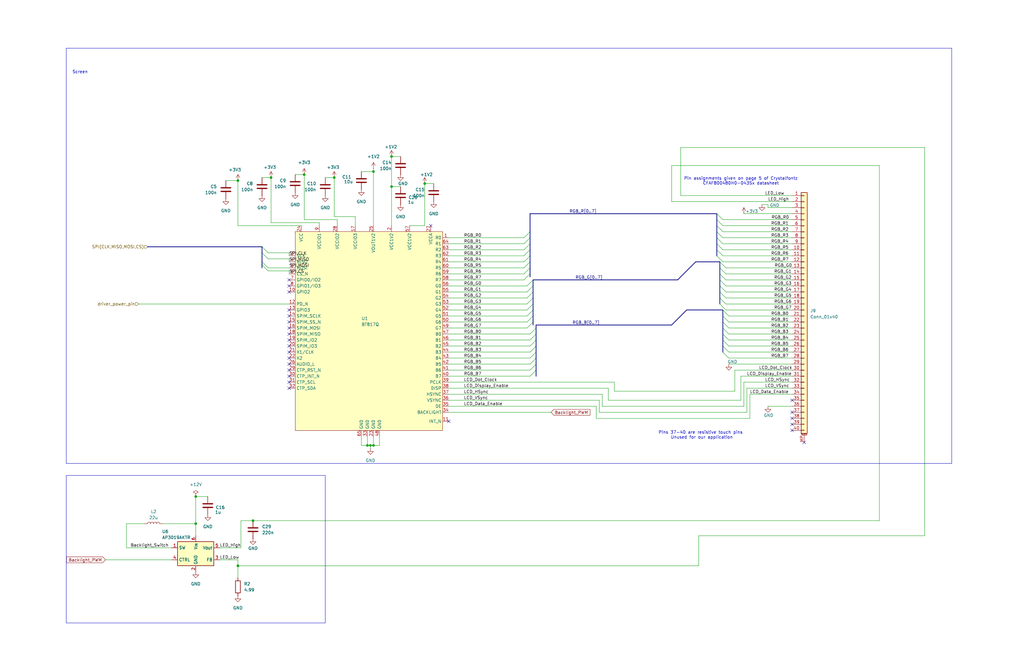
<source format=kicad_sch>
(kicad_sch (version 20250114) (generator "eeschema") (generator_version "9.0")
  (paper "B")
  (title_block (title "Screen Circuitry for Charger Board") (date "1/21/26") (company "Formula Slug") (comment 1 "Mihir Bhagatwala, Amber Huang, Teddy Li, Mathis Delombaerde"))
  (lib_symbols
    (symbol "Connector_Generic_MountingPin:Conn_01x40_MountingPin" (pin_names (offset 1.016) (hide yes))
      (property "Reference" "J" (at 0 50.8 0))
      (property "Value" "Conn_01x40_MountingPin" (at 1.27 -53.34 0))
      (symbol "Conn_01x40_MountingPin_1_1"
        (rectangle (start -1.27 49.53) (end 1.27 -52.07) (stroke (width 0.254)) (fill (type background)))
        (rectangle (start -1.27 48.387) (end 0 48.133) (stroke (width 0.1524)))
        (rectangle (start -1.27 45.847) (end 0 45.593) (stroke (width 0.1524)))
        (rectangle (start -1.27 43.307) (end 0 43.053) (stroke (width 0.1524)))
        (rectangle (start -1.27 40.767) (end 0 40.513) (stroke (width 0.1524)))
        (rectangle (start -1.27 38.227) (end 0 37.973) (stroke (width 0.1524)))
        (rectangle (start -1.27 35.687) (end 0 35.433) (stroke (width 0.1524)))
        (rectangle (start -1.27 33.147) (end 0 32.893) (stroke (width 0.1524)))
        (rectangle (start -1.27 30.607) (end 0 30.353) (stroke (width 0.1524)))
        (rectangle (start -1.27 28.067) (end 0 27.813) (stroke (width 0.1524)))
        (rectangle (start -1.27 25.527) (end 0 25.273) (stroke (width 0.1524)))
        (rectangle (start -1.27 22.987) (end 0 22.733) (stroke (width 0.1524)))
        (rectangle (start -1.27 20.447) (end 0 20.193) (stroke (width 0.1524)))
        (rectangle (start -1.27 17.907) (end 0 17.653) (stroke (width 0.1524)))
        (rectangle (start -1.27 15.367) (end 0 15.113) (stroke (width 0.1524)))
        (rectangle (start -1.27 12.827) (end 0 12.573) (stroke (width 0.1524)))
        (rectangle (start -1.27 10.287) (end 0 10.033) (stroke (width 0.1524)))
        (rectangle (start -1.27 7.747) (end 0 7.493) (stroke (width 0.1524)))
        (rectangle (start -1.27 5.207) (end 0 4.953) (stroke (width 0.1524)))
        (rectangle (start -1.27 2.667) (end 0 2.413) (stroke (width 0.1524)))
        (rectangle (start -1.27 0.127) (end 0 -0.127) (stroke (width 0.1524)))
        (rectangle (start -1.27 -2.413) (end 0 -2.667) (stroke (width 0.1524)))
        (rectangle (start -1.27 -4.953) (end 0 -5.207) (stroke (width 0.1524)))
        (rectangle (start -1.27 -7.493) (end 0 -7.747) (stroke (width 0.1524)))
        (rectangle (start -1.27 -10.033) (end 0 -10.287) (stroke (width 0.1524)))
        (rectangle (start -1.27 -12.573) (end 0 -12.827) (stroke (width 0.1524)))
        (rectangle (start -1.27 -15.113) (end 0 -15.367) (stroke (width 0.1524)))
        (rectangle (start -1.27 -17.653) (end 0 -17.907) (stroke (width 0.1524)))
        (rectangle (start -1.27 -20.193) (end 0 -20.447) (stroke (width 0.1524)))
        (rectangle (start -1.27 -22.733) (end 0 -22.987) (stroke (width 0.1524)))
        (rectangle (start -1.27 -25.273) (end 0 -25.527) (stroke (width 0.1524)))
        (rectangle (start -1.27 -27.813) (end 0 -28.067) (stroke (width 0.1524)))
        (rectangle (start -1.27 -30.353) (end 0 -30.607) (stroke (width 0.1524)))
        (rectangle (start -1.27 -32.893) (end 0 -33.147) (stroke (width 0.1524)))
        (rectangle (start -1.27 -35.433) (end 0 -35.687) (stroke (width 0.1524)))
        (rectangle (start -1.27 -37.973) (end 0 -38.227) (stroke (width 0.1524)))
        (rectangle (start -1.27 -40.513) (end 0 -40.767) (stroke (width 0.1524)))
        (rectangle (start -1.27 -43.053) (end 0 -43.307) (stroke (width 0.1524)))
        (rectangle (start -1.27 -45.593) (end 0 -45.847) (stroke (width 0.1524)))
        (rectangle (start -1.27 -48.133) (end 0 -48.387) (stroke (width 0.1524)))
        (rectangle (start -1.27 -50.673) (end 0 -50.927) (stroke (width 0.1524)))
        (polyline (pts (xy -1.016 -52.832) (xy 1.016 -52.832)) (stroke (width 0.1524)))
        (text "Mounting" (at 0 -52.451 0) (effects (font (size 0.381 0.381))))
        (pin passive line (at -5.08 48.26 0) (length 3.81) (name "Pin_1") (number "1"))
        (pin passive line (at -5.08 45.72 0) (length 3.81) (name "Pin_2") (number "2"))
        (pin passive line (at -5.08 43.18 0) (length 3.81) (name "Pin_3") (number "3"))
        (pin passive line (at -5.08 40.64 0) (length 3.81) (name "Pin_4") (number "4"))
        (pin passive line (at -5.08 38.1 0) (length 3.81) (name "Pin_5") (number "5"))
        (pin passive line (at -5.08 35.56 0) (length 3.81) (name "Pin_6") (number "6"))
        (pin passive line (at -5.08 33.02 0) (length 3.81) (name "Pin_7") (number "7"))
        (pin passive line (at -5.08 30.48 0) (length 3.81) (name "Pin_8") (number "8"))
        (pin passive line (at -5.08 27.94 0) (length 3.81) (name "Pin_9") (number "9"))
        (pin passive line (at -5.08 25.4 0) (length 3.81) (name "Pin_10") (number "10"))
        (pin passive line (at -5.08 22.86 0) (length 3.81) (name "Pin_11") (number "11"))
        (pin passive line (at -5.08 20.32 0) (length 3.81) (name "Pin_12") (number "12"))
        (pin passive line (at -5.08 17.78 0) (length 3.81) (name "Pin_13") (number "13"))
        (pin passive line (at -5.08 15.24 0) (length 3.81) (name "Pin_14") (number "14"))
        (pin passive line (at -5.08 12.7 0) (length 3.81) (name "Pin_15") (number "15"))
        (pin passive line (at -5.08 10.16 0) (length 3.81) (name "Pin_16") (number "16"))
        (pin passive line (at -5.08 7.62 0) (length 3.81) (name "Pin_17") (number "17"))
        (pin passive line (at -5.08 5.08 0) (length 3.81) (name "Pin_18") (number "18"))
        (pin passive line (at -5.08 2.54 0) (length 3.81) (name "Pin_19") (number "19"))
        (pin passive line (at -5.08 0 0) (length 3.81) (name "Pin_20") (number "20"))
        (pin passive line (at -5.08 -2.54 0) (length 3.81) (name "Pin_21") (number "21"))
        (pin passive line (at -5.08 -5.08 0) (length 3.81) (name "Pin_22") (number "22"))
        (pin passive line (at -5.08 -7.62 0) (length 3.81) (name "Pin_23") (number "23"))
        (pin passive line (at -5.08 -10.16 0) (length 3.81) (name "Pin_24") (number "24"))
        (pin passive line (at -5.08 -12.7 0) (length 3.81) (name "Pin_25") (number "25"))
        (pin passive line (at -5.08 -15.24 0) (length 3.81) (name "Pin_26") (number "26"))
        (pin passive line (at -5.08 -17.78 0) (length 3.81) (name "Pin_27") (number "27"))
        (pin passive line (at -5.08 -20.32 0) (length 3.81) (name "Pin_28") (number "28"))
        (pin passive line (at -5.08 -22.86 0) (length 3.81) (name "Pin_29") (number "29"))
        (pin passive line (at -5.08 -25.4 0) (length 3.81) (name "Pin_30") (number "30"))
        (pin passive line (at -5.08 -27.94 0) (length 3.81) (name "Pin_31") (number "31"))
        (pin passive line (at -5.08 -30.48 0) (length 3.81) (name "Pin_32") (number "32"))
        (pin passive line (at -5.08 -33.02 0) (length 3.81) (name "Pin_33") (number "33"))
        (pin passive line (at -5.08 -35.56 0) (length 3.81) (name "Pin_34") (number "34"))
        (pin passive line (at -5.08 -38.1 0) (length 3.81) (name "Pin_35") (number "35"))
        (pin passive line (at -5.08 -40.64 0) (length 3.81) (name "Pin_36") (number "36"))
        (pin passive line (at -5.08 -43.18 0) (length 3.81) (name "Pin_37") (number "37"))
        (pin passive line (at -5.08 -45.72 0) (length 3.81) (name "Pin_38") (number "38"))
        (pin passive line (at -5.08 -48.26 0) (length 3.81) (name "Pin_39") (number "39"))
        (pin passive line (at -5.08 -50.8 0) (length 3.81) (name "Pin_40") (number "40"))
        (pin passive line (at 0 -55.88 90) (length 3.048) (name "MountPin") (number "MP"))
      )
    )
    (symbol "Device:C" (pin_numbers (hide yes)) (pin_names (offset 0.254))
      (property "Reference" "C" (at 0.635 2.54 0))
      (property "Value" "C" (at 0.635 -2.54 0))
      (symbol "C_0_1"
        (polyline (pts (xy -2.032 0.762) (xy 2.032 0.762)) (stroke (width 0.508)))
        (polyline (pts (xy -2.032 -0.762) (xy 2.032 -0.762)) (stroke (width 0.508)))
      )
      (symbol "C_1_1"
        (pin passive line (at 0 3.81 270) (length 2.794) (name "~") (number "1"))
        (pin passive line (at 0 -3.81 90) (length 2.794) (name "~") (number "2"))
      )
    )
    (symbol "Device:L" (pin_numbers (hide yes)) (pin_names (offset 1.016) (hide yes))
      (property "Reference" "L" (at -1.27 0 90))
      (property "Value" "L" (at 1.905 0 90))
      (symbol "L_0_1"
        (arc (start 0 2.54) (mid 0.6323 1.905) (end 0 1.27))
        (arc (start 0 1.27) (mid 0.6323 0.635) (end 0 0))
        (arc (start 0 0) (mid 0.6323 -0.635) (end 0 -1.27))
        (arc (start 0 -1.27) (mid 0.6323 -1.905) (end 0 -2.54))
      )
      (symbol "L_1_1"
        (pin passive line (at 0 3.81 270) (length 1.27) (name "1") (number "1"))
        (pin passive line (at 0 -3.81 90) (length 1.27) (name "2") (number "2"))
      )
    )
    (symbol "Device:R" (pin_numbers (hide yes)) (pin_names (offset 0))
      (property "Reference" "R" (at 2.032 0 90))
      (property "Value" "R" (at 0 0 90))
      (symbol "R_0_1"
        (rectangle (start -1.016 -2.54) (end 1.016 2.54) (stroke (width 0.254)))
      )
      (symbol "R_1_1"
        (pin passive line (at 0 3.81 270) (length 1.27) (name "~") (number "1"))
        (pin passive line (at 0 -3.81 90) (length 1.27) (name "~") (number "2"))
      )
    )
    (symbol "Driver_LED:AP3019AKTR"
      (property "Reference" "U" (at -7.62 6.35 0))
      (property "Value" "AP3019AKTR" (at 1.27 6.35 0))
      (symbol "AP3019AKTR_0_1"
        (rectangle (start -7.62 5.08) (end 7.62 -5.08) (stroke (width 0.254)) (fill (type background)))
      )
      (symbol "AP3019AKTR_1_1"
        (pin input line (at -10.16 2.54 0) (length 2.54) (name "SW") (number "1"))
        (pin input line (at -10.16 -2.54 0) (length 2.54) (name "CTRL") (number "4"))
        (pin power_in line (at 0 7.62 270) (length 2.54) (name "V_{IN}") (number "6"))
        (pin power_in line (at 0 -7.62 90) (length 2.54) (name "GND") (number "2"))
        (pin power_out line (at 10.16 2.54 180) (length 2.54) (name "V_{OUT}") (number "5"))
        (pin input line (at 10.16 -2.54 180) (length 2.54) (name "FB") (number "3"))
      )
    )
    (symbol "FS_4_Global_Symbol_Library:BT817Q"
      (property "Reference" "U" (at 7.366 3.048 0))
      (symbol "BT817Q_1_1"
        (rectangle (start 0 0) (end 62.23 -83.82) (fill (type background)))
        (pin input line (at -2.54 -10.16 0) (length 2.54) (name "SCK") (number "3"))
        (pin input line (at -2.54 -12.7 0) (length 2.54) (name "MISO") (number "4"))
        (pin input line (at -2.54 -15.24 0) (length 2.54) (name "MOSI") (number "5"))
        (pin input line (at -2.54 -17.78 0) (length 2.54) (name "CS_N") (number "6"))
        (pin input line (at -2.54 -20.32 0) (length 2.54) (name "GPIO0/IO2") (number "7"))
        (pin input line (at -2.54 -22.86 0) (length 2.54) (name "GPIO1/IO3") (number "8"))
        (pin input line (at -2.54 -25.4 0) (length 2.54) (name "GPIO2") (number "10"))
        (pin input line (at -2.54 -30.48 0) (length 2.54) (name "PD_N") (number "12"))
        (pin input line (at -2.54 -33.02 0) (length 2.54) (name "GPIO3") (number "13"))
        (pin input line (at -2.54 -35.56 0) (length 2.54) (name "SPIM_SCLK") (number "14"))
        (pin input line (at -2.54 -38.1 0) (length 2.54) (name "SPIM_SS_N") (number "15"))
        (pin input line (at -2.54 -40.64 0) (length 2.54) (name "SPIM_MOSI") (number "16"))
        (pin input line (at -2.54 -43.18 0) (length 2.54) (name "SPIM_MISO") (number "18"))
        (pin input line (at -2.54 -45.72 0) (length 2.54) (name "SPIM_IO2") (number "19"))
        (pin input line (at -2.54 -48.26 0) (length 2.54) (name "SPIM_IO3") (number "20"))
        (pin input line (at -2.54 -50.8 0) (length 2.54) (name "X1/CLK") (number "21"))
        (pin input line (at -2.54 -53.34 0) (length 2.54) (name "X2") (number "22"))
        (pin input line (at -2.54 -55.88 0) (length 2.54) (name "AUDIO_L") (number "26"))
        (pin input line (at -2.54 -58.42 0) (length 2.54) (name "CTP_RST_N") (number "29"))
        (pin input line (at -2.54 -60.96 0) (length 2.54) (name "CTP_INT_N") (number "30"))
        (pin input line (at -2.54 -63.5 0) (length 2.54) (name "CTP_SCL") (number "31"))
        (pin input line (at -2.54 -66.04 0) (length 2.54) (name "CTP_SDA") (number "32"))
        (pin power_in line (at 2.54 2.54 270) (length 2.54) (name "VCC") (number "24"))
        (pin power_in line (at 10.16 2.54 270) (length 2.54) (name "VCCIO1") (number "9"))
        (pin power_in line (at 17.78 2.54 270) (length 2.54) (name "VCCIO2") (number "28"))
        (pin power_in line (at 25.4 2.54 270) (length 2.54) (name "VCCIO3") (number "17"))
        (pin power_in line (at 27.94 -86.36 90) (length 2.54) (name "GND") (number "65"))
        (pin power_in line (at 30.48 -86.36 90) (length 2.54) (name "GND") (number "33"))
        (pin power_out line (at 33.02 2.54 270) (length 2.54) (name "VOUT1V2") (number "25"))
        (pin power_in line (at 33.02 -86.36 90) (length 2.54) (name "GND") (number "23"))
        (pin power_in line (at 35.56 -86.36 90) (length 2.54) (name "GND") (number "48"))
        (pin power_in line (at 40.64 2.54 270) (length 2.54) (name "VCC1V2") (number "2"))
        (pin power_in line (at 48.26 2.54 270) (length 2.54) (name "VCC1V2") (number "57"))
        (pin power_in line (at 57.15 2.54 270) (length 2.54) (name "VCCA") (number "27"))
        (pin output line (at 64.77 -2.54 180) (length 2.54) (name "R0") (number "1"))
        (pin output line (at 64.77 -5.08 180) (length 2.54) (name "R1") (number "64"))
        (pin output line (at 64.77 -7.62 180) (length 2.54) (name "R2") (number "63"))
        (pin output line (at 64.77 -10.16 180) (length 2.54) (name "R3") (number "62"))
        (pin output line (at 64.77 -12.7 180) (length 2.54) (name "R4") (number "61"))
        (pin output line (at 64.77 -15.24 180) (length 2.54) (name "R5") (number "60"))
        (pin output line (at 64.77 -17.78 180) (length 2.54) (name "R6") (number "59"))
        (pin output line (at 64.77 -20.32 180) (length 2.54) (name "R7") (number "58"))
        (pin output line (at 64.77 -22.86 180) (length 2.54) (name "G0") (number "56"))
        (pin output line (at 64.77 -25.4 180) (length 2.54) (name "G1") (number "55"))
        (pin output line (at 64.77 -27.94 180) (length 2.54) (name "G2") (number "54"))
        (pin output line (at 64.77 -30.48 180) (length 2.54) (name "G3") (number "53"))
        (pin output line (at 64.77 -33.02 180) (length 2.54) (name "G4") (number "52"))
        (pin output line (at 64.77 -35.56 180) (length 2.54) (name "G5") (number "51"))
        (pin output line (at 64.77 -38.1 180) (length 2.54) (name "G6") (number "50"))
        (pin output line (at 64.77 -40.64 180) (length 2.54) (name "G7") (number "49"))
        (pin output line (at 64.77 -43.18 180) (length 2.54) (name "B0") (number "47"))
        (pin output line (at 64.77 -45.72 180) (length 2.54) (name "B1") (number "46"))
        (pin output line (at 64.77 -48.26 180) (length 2.54) (name "B2") (number "45"))
        (pin output line (at 64.77 -50.8 180) (length 2.54) (name "B3") (number "44"))
        (pin output line (at 64.77 -53.34 180) (length 2.54) (name "B4") (number "43"))
        (pin output line (at 64.77 -55.88 180) (length 2.54) (name "B5") (number "42"))
        (pin output line (at 64.77 -58.42 180) (length 2.54) (name "B6") (number "41"))
        (pin output line (at 64.77 -60.96 180) (length 2.54) (name "B7") (number "40"))
        (pin output line (at 64.77 -63.5 180) (length 2.54) (name "PCLK") (number "39"))
        (pin output line (at 64.77 -66.04 180) (length 2.54) (name "DISP") (number "38"))
        (pin output line (at 64.77 -68.58 180) (length 2.54) (name "HSYNC") (number "37"))
        (pin output line (at 64.77 -71.12 180) (length 2.54) (name "VSYNC") (number "36"))
        (pin output line (at 64.77 -73.66 180) (length 2.54) (name "DE") (number "35"))
        (pin output line (at 64.77 -76.2 180) (length 2.54) (name "BACKLIGHT") (number "34"))
        (pin output line (at 64.77 -80.01 180) (length 2.54) (name "INT_N") (number "11"))
      )
    )
    (symbol "power:+1V2" (power) (pin_numbers (hide yes)) (pin_names (offset 0) (hide yes))
      (property "Value" "+1V2" (at 0 3.556 0))
      (symbol "+1V2_0_1"
        (polyline (pts (xy -0.762 1.27) (xy 0 2.54)))
        (polyline (pts (xy 0 2.54) (xy 0.762 1.27)))
        (polyline (pts (xy 0 0) (xy 0 2.54)))
      )
      (symbol "+1V2_1_1"
        (pin power_in line (at 0 0 90) (length 0) (name "~") (number "1"))
      )
    )
    (symbol "power:+3V3" (power) (pin_numbers (hide yes)) (pin_names (offset 0) (hide yes))
      (property "Value" "+3V3" (at 0 3.556 0))
      (symbol "+3V3_0_1"
        (polyline (pts (xy -0.762 1.27) (xy 0 2.54)))
        (polyline (pts (xy 0 2.54) (xy 0.762 1.27)))
        (polyline (pts (xy 0 0) (xy 0 2.54)))
      )
      (symbol "+3V3_1_1"
        (pin power_in line (at 0 0 90) (length 0) (name "~") (number "1"))
      )
    )
    (symbol "power:GND" (power) (pin_numbers (hide yes)) (pin_names (offset 0) (hide yes))
      (property "Value" "GND" (at 0 -3.81 0))
      (symbol "GND_0_1"
        (polyline (pts (xy 0 0) (xy 0 -1.27) (xy 1.27 -1.27) (xy 0 -2.54) (xy -1.27 -1.27) (xy 0 -1.27)))
      )
      (symbol "GND_1_1"
        (pin power_in line (at 0 0 270) (length 0) (name "~") (number "1"))
      )
    )
    (symbol "power:PWR_FLAG" (power) (pin_numbers (hide yes)) (pin_names (offset 0) (hide yes))
      (property "Value" "PWR_FLAG" (at 0 3.81 0))
      (symbol "PWR_FLAG_0_0"
        (pin power_out line (at 0 0 90) (length 0) (name "~") (number "1"))
      )
      (symbol "PWR_FLAG_0_1"
        (polyline (pts (xy 0 0) (xy 0 1.27) (xy -1.016 1.905) (xy 0 2.54) (xy 1.016 1.905) (xy 0 1.27)))
      )
    )
  )
  (rectangle (start 27.94 20.32) (end 401.32 195.58))
  (rectangle (start 27.94 200.66) (end 137.16 262.89))
  (text "Pins 37-40 are resistive touch pins \nUnused for our application" (at 295.91 183.642 0) (effects (font (size 1.27 1.27))))
  (text "Screen" (at 30.48 30.48 0) (effects (font (size 1.27 1.27)) (justify left)))
  (text "Pin assignments given on page 5 of Crystalfontz\nCFAF800480H0-043Sx datasheet" (at 312.42 76.454 0) (effects (font (size 1.27 1.27))))
  (junction (at 157.48 187.96))
  (junction (at 100.33 76.2))
  (junction (at 114.3 74.93))
  (junction (at 154.94 187.96))
  (junction (at 140.97 74.93))
  (junction (at 165.1 66.04))
  (junction (at 82.55 220.98))
  (junction (at 156.21 187.96))
  (junction (at 106.68 219.71))
  (junction (at 100.33 238.76))
  (junction (at 128.27 73.66))
  (junction (at 179.07 77.47))
  (junction (at 82.55 209.55))
  (junction (at 157.48 72.39))
  (junction (at 165.1 78.74))
  (no_connect (at 121.92 148.59))
  (no_connect (at 121.92 156.21))
  (no_connect (at 121.92 130.81))
  (no_connect (at 121.92 133.35))
  (no_connect (at 121.92 158.75))
  (no_connect (at 181.61 95.25))
  (no_connect (at 189.23 177.8))
  (no_connect (at 334.01 179.07))
  (no_connect (at 121.92 135.89))
  (no_connect (at 334.01 173.99))
  (no_connect (at 334.01 176.53))
  (no_connect (at 121.92 138.43))
  (no_connect (at 334.01 168.91))
  (no_connect (at 121.92 146.05))
  (no_connect (at 121.92 118.11))
  (no_connect (at 334.01 181.61))
  (no_connect (at 339.09 186.69))
  (no_connect (at 121.92 123.19))
  (no_connect (at 121.92 143.51))
  (no_connect (at 121.92 151.13))
  (no_connect (at 121.92 120.65))
  (no_connect (at 121.92 163.83))
  (no_connect (at 121.92 161.29))
  (no_connect (at 121.92 140.97))
  (no_connect (at 121.92 153.67))
  (bus_entry (at 110.49 111.76) (size 2.54 2.54))
  (bus_entry (at 303.53 125.73) (size 2.54 2.54))
  (bus_entry (at 224.79 118.11) (size -2.54 2.54))
  (bus_entry (at 304.8 130.81) (size 2.54 2.54))
  (bus_entry (at 224.79 125.73) (size -2.54 2.54))
  (bus_entry (at 304.8 148.59) (size 2.54 2.54))
  (bus_entry (at 304.8 135.89) (size 2.54 2.54))
  (bus_entry (at 223.52 102.87) (size -2.54 2.54))
  (bus_entry (at 304.8 140.97) (size 2.54 2.54))
  (bus_entry (at 302.26 97.79) (size 2.54 2.54))
  (bus_entry (at 110.49 106.68) (size 2.54 2.54))
  (bus_entry (at 223.52 100.33) (size -2.54 2.54))
  (bus_entry (at 226.06 140.97) (size -2.54 2.54))
  (bus_entry (at 303.53 110.49) (size 2.54 2.54))
  (bus_entry (at 304.8 146.05) (size 2.54 2.54))
  (bus_entry (at 302.26 92.71) (size 2.54 2.54))
  (bus_entry (at 224.79 130.81) (size -2.54 2.54))
  (bus_entry (at 302.26 107.95) (size 2.54 2.54))
  (bus_entry (at 223.52 115.57) (size -2.54 2.54))
  (bus_entry (at 223.52 97.79) (size -2.54 2.54))
  (bus_entry (at 224.79 120.65) (size -2.54 2.54))
  (bus_entry (at 303.53 128.27) (size 2.54 2.54))
  (bus_entry (at 224.79 133.35) (size -2.54 2.54))
  (bus_entry (at 303.53 120.65) (size 2.54 2.54))
  (bus_entry (at 302.26 90.17) (size 2.54 2.54))
  (bus_entry (at 303.53 118.11) (size 2.54 2.54))
  (bus_entry (at 302.26 105.41) (size 2.54 2.54))
  (bus_entry (at 110.49 104.14) (size 2.54 2.54))
  (bus_entry (at 302.26 100.33) (size 2.54 2.54))
  (bus_entry (at 226.06 138.43) (size -2.54 2.54))
  (bus_entry (at 224.79 135.89) (size -2.54 2.54))
  (bus_entry (at 223.52 107.95) (size -2.54 2.54))
  (bus_entry (at 226.06 151.13) (size -2.54 2.54))
  (bus_entry (at 110.49 110.49) (size 2.54 2.54))
  (bus_entry (at 226.06 148.59) (size -2.54 2.54))
  (bus_entry (at 302.26 95.25) (size 2.54 2.54))
  (bus_entry (at 224.79 128.27) (size -2.54 2.54))
  (bus_entry (at 303.53 113.03) (size 2.54 2.54))
  (bus_entry (at 224.79 123.19) (size -2.54 2.54))
  (bus_entry (at 302.26 102.87) (size 2.54 2.54))
  (bus_entry (at 223.52 113.03) (size -2.54 2.54))
  (bus_entry (at 304.8 143.51) (size 2.54 2.54))
  (bus_entry (at 226.06 146.05) (size -2.54 2.54))
  (bus_entry (at 226.06 156.21) (size -2.54 2.54))
  (bus_entry (at 304.8 133.35) (size 2.54 2.54))
  (bus_entry (at 303.53 115.57) (size 2.54 2.54))
  (bus_entry (at 303.53 123.19) (size 2.54 2.54))
  (bus_entry (at 223.52 110.49) (size -2.54 2.54))
  (bus_entry (at 226.06 143.51) (size -2.54 2.54))
  (bus_entry (at 226.06 153.67) (size -2.54 2.54))
  (bus_entry (at 223.52 105.41) (size -2.54 2.54))
  (bus_entry (at 304.8 138.43) (size 2.54 2.54))
  (bus (pts (xy 223.52 110.49) (xy 223.52 113.03)))
  (bus (pts (xy 289.56 130.81) (xy 304.8 130.81)))
  (wire (pts (xy 312.42 168.91) (xy 312.42 158.75)))
  (wire (pts (xy 157.48 187.96) (xy 160.02 187.96)))
  (wire (pts (xy 304.8 105.41) (xy 334.01 105.41)))
  (wire (pts (xy 189.23 120.65) (xy 222.25 120.65)))
  (bus (pts (xy 302.26 90.17) (xy 302.26 92.71)))
  (bus (pts (xy 223.52 107.95) (xy 223.52 110.49)))
  (wire (pts (xy 189.23 107.95) (xy 220.98 107.95)))
  (bus (pts (xy 302.26 97.79) (xy 302.26 100.33)))
  (wire (pts (xy 307.34 140.97) (xy 334.01 140.97)))
  (bus (pts (xy 303.53 118.11) (xy 303.53 120.65)))
  (bus (pts (xy 303.53 123.19) (xy 303.53 125.73)))
  (bus (pts (xy 223.52 100.33) (xy 223.52 102.87)))
  (wire (pts (xy 154.94 187.96) (xy 156.21 187.96)))
  (bus (pts (xy 223.52 90.17) (xy 223.52 97.79)))
  (wire (pts (xy 121.92 106.68) (xy 121.92 107.95)))
  (bus (pts (xy 110.49 106.68) (xy 110.49 110.49)))
  (bus (pts (xy 224.79 137.16) (xy 224.79 135.89)))
  (wire (pts (xy 189.23 168.91) (xy 252.73 168.91)))
  (bus (pts (xy 303.53 115.57) (xy 303.53 118.11)))
  (wire (pts (xy 106.68 219.71) (xy 370.84 219.71)))
  (wire (pts (xy 306.07 120.65) (xy 334.01 120.65)))
  (wire (pts (xy 53.34 220.98) (xy 60.96 220.98)))
  (bus (pts (xy 224.79 133.35) (xy 224.79 130.81)))
  (bus (pts (xy 226.06 137.16) (xy 283.21 137.16)))
  (wire (pts (xy 189.23 105.41) (xy 220.98 105.41)))
  (wire (pts (xy 312.42 158.75) (xy 334.01 158.75)))
  (wire (pts (xy 189.23 113.03) (xy 220.98 113.03)))
  (wire (pts (xy 252.73 173.99) (xy 314.96 173.99)))
  (bus (pts (xy 224.79 120.65) (xy 224.79 118.11)))
  (wire (pts (xy 189.23 156.21) (xy 223.52 156.21)))
  (wire (pts (xy 154.94 187.96) (xy 154.94 184.15)))
  (wire (pts (xy 101.6 231.14) (xy 92.71 231.14)))
  (wire (pts (xy 140.97 91.44) (xy 149.86 91.44)))
  (bus (pts (xy 110.49 111.76) (xy 110.49 113.03)))
  (wire (pts (xy 165.1 78.74) (xy 168.91 78.74)))
  (wire (pts (xy 309.88 156.21) (xy 334.01 156.21)))
  (wire (pts (xy 165.1 66.04) (xy 168.91 66.04)))
  (bus (pts (xy 223.52 115.57) (xy 223.52 116.84)))
  (wire (pts (xy 113.03 113.03) (xy 121.92 113.03)))
  (bus (pts (xy 304.8 130.81) (xy 304.8 133.35)))
  (wire (pts (xy 307.34 153.67) (xy 334.01 153.67)))
  (bus (pts (xy 226.06 143.51) (xy 226.06 140.97)))
  (bus (pts (xy 303.53 113.03) (xy 303.53 115.57)))
  (wire (pts (xy 189.23 123.19) (xy 222.25 123.19)))
  (wire (pts (xy 307.34 143.51) (xy 334.01 143.51)))
  (bus (pts (xy 226.06 146.05) (xy 226.06 143.51)))
  (wire (pts (xy 95.25 76.2) (xy 100.33 76.2)))
  (wire (pts (xy 306.07 123.19) (xy 334.01 123.19)))
  (wire (pts (xy 316.23 166.37) (xy 334.01 166.37)))
  (wire (pts (xy 82.55 220.98) (xy 82.55 226.06)))
  (wire (pts (xy 304.8 97.79) (xy 334.01 97.79)))
  (bus (pts (xy 302.26 102.87) (xy 302.26 105.41)))
  (wire (pts (xy 92.71 236.22) (xy 100.33 236.22)))
  (bus (pts (xy 226.06 158.75) (xy 226.06 156.21)))
  (wire (pts (xy 307.34 138.43) (xy 334.01 138.43)))
  (wire (pts (xy 137.16 74.93) (xy 140.97 74.93)))
  (wire (pts (xy 82.55 209.55) (xy 87.63 209.55)))
  (wire (pts (xy 189.23 100.33) (xy 220.98 100.33)))
  (wire (pts (xy 306.07 113.03) (xy 334.01 113.03)))
  (wire (pts (xy 283.21 69.85) (xy 283.21 85.09)))
  (wire (pts (xy 128.27 92.71) (xy 128.27 73.66)))
  (wire (pts (xy 142.24 92.71) (xy 142.24 95.25)))
  (wire (pts (xy 128.27 92.71) (xy 142.24 92.71)))
  (wire (pts (xy 314.96 163.83) (xy 334.01 163.83)))
  (bus (pts (xy 226.06 138.43) (xy 226.06 137.16)))
  (wire (pts (xy 58.42 128.27) (xy 121.92 128.27)))
  (wire (pts (xy 323.85 87.63) (xy 334.01 87.63)))
  (wire (pts (xy 294.64 226.06) (xy 389.89 226.06)))
  (wire (pts (xy 256.54 168.91) (xy 312.42 168.91)))
  (bus (pts (xy 302.26 92.71) (xy 302.26 95.25)))
  (wire (pts (xy 307.34 148.59) (xy 334.01 148.59)))
  (wire (pts (xy 304.8 92.71) (xy 334.01 92.71)))
  (wire (pts (xy 256.54 163.83) (xy 256.54 168.91)))
  (wire (pts (xy 189.23 115.57) (xy 220.98 115.57)))
  (bus (pts (xy 283.21 137.16) (xy 289.56 130.81)))
  (wire (pts (xy 189.23 151.13) (xy 223.52 151.13)))
  (wire (pts (xy 259.08 165.1) (xy 259.08 161.29)))
  (wire (pts (xy 157.48 72.39) (xy 157.48 95.25)))
  (wire (pts (xy 100.33 76.2) (xy 100.33 95.25)))
  (wire (pts (xy 101.6 219.71) (xy 106.68 219.71)))
  (wire (pts (xy 283.21 85.09) (xy 334.01 85.09)))
  (bus (pts (xy 224.79 130.81) (xy 224.79 128.27)))
  (bus (pts (xy 224.79 128.27) (xy 224.79 125.73)))
  (wire (pts (xy 134.62 93.98) (xy 134.62 95.25)))
  (wire (pts (xy 304.8 102.87) (xy 334.01 102.87)))
  (bus (pts (xy 302.26 105.41) (xy 302.26 107.95)))
  (bus (pts (xy 226.06 148.59) (xy 226.06 146.05)))
  (wire (pts (xy 306.07 115.57) (xy 334.01 115.57)))
  (wire (pts (xy 156.21 189.23) (xy 156.21 187.96)))
  (wire (pts (xy 189.23 135.89) (xy 222.25 135.89)))
  (wire (pts (xy 321.31 86.36) (xy 323.85 86.36)))
  (bus (pts (xy 304.8 146.05) (xy 304.8 148.59)))
  (wire (pts (xy 189.23 140.97) (xy 223.52 140.97)))
  (wire (pts (xy 140.97 74.93) (xy 140.97 91.44)))
  (wire (pts (xy 189.23 163.83) (xy 256.54 163.83)))
  (bus (pts (xy 304.8 135.89) (xy 304.8 138.43)))
  (wire (pts (xy 306.07 128.27) (xy 334.01 128.27)))
  (wire (pts (xy 189.23 166.37) (xy 254 166.37)))
  (wire (pts (xy 304.8 110.49) (xy 334.01 110.49)))
  (bus (pts (xy 304.8 143.51) (xy 304.8 146.05)))
  (wire (pts (xy 251.46 176.53) (xy 316.23 176.53)))
  (wire (pts (xy 121.92 114.3) (xy 121.92 115.57)))
  (bus (pts (xy 303.53 125.73) (xy 303.53 128.27)))
  (wire (pts (xy 309.88 165.1) (xy 309.88 156.21)))
  (wire (pts (xy 82.55 209.55) (xy 82.55 220.98)))
  (bus (pts (xy 285.75 118.11) (xy 293.37 110.49)))
  (wire (pts (xy 152.4 187.96) (xy 154.94 187.96)))
  (bus (pts (xy 224.79 135.89) (xy 224.79 133.35)))
  (bus (pts (xy 223.52 102.87) (xy 223.52 105.41)))
  (wire (pts (xy 113.03 106.68) (xy 121.92 106.68)))
  (wire (pts (xy 254 171.45) (xy 254 166.37)))
  (bus (pts (xy 293.37 110.49) (xy 303.53 110.49)))
  (wire (pts (xy 316.23 176.53) (xy 316.23 166.37)))
  (wire (pts (xy 189.23 133.35) (xy 222.25 133.35)))
  (wire (pts (xy 189.23 146.05) (xy 223.52 146.05)))
  (wire (pts (xy 307.34 135.89) (xy 334.01 135.89)))
  (wire (pts (xy 179.07 95.25) (xy 172.72 95.25)))
  (wire (pts (xy 114.3 74.93) (xy 114.3 93.98)))
  (wire (pts (xy 179.07 77.47) (xy 182.88 77.47)))
  (wire (pts (xy 252.73 168.91) (xy 252.73 173.99)))
  (wire (pts (xy 287.02 62.23) (xy 287.02 82.55)))
  (wire (pts (xy 313.69 171.45) (xy 254 171.45)))
  (wire (pts (xy 189.23 118.11) (xy 220.98 118.11)))
  (wire (pts (xy 189.23 173.99) (xy 232.41 173.99)))
  (wire (pts (xy 113.03 109.22) (xy 121.92 109.22)))
  (bus (pts (xy 223.52 90.17) (xy 302.26 90.17)))
  (wire (pts (xy 313.69 171.45) (xy 313.69 161.29)))
  (wire (pts (xy 307.34 133.35) (xy 334.01 133.35)))
  (wire (pts (xy 309.88 165.1) (xy 259.08 165.1)))
  (wire (pts (xy 307.34 146.05) (xy 334.01 146.05)))
  (bus (pts (xy 226.06 153.67) (xy 226.06 151.13)))
  (wire (pts (xy 189.23 128.27) (xy 222.25 128.27)))
  (wire (pts (xy 323.85 86.36) (xy 323.85 87.63)))
  (wire (pts (xy 165.1 66.04) (xy 165.1 78.74)))
  (wire (pts (xy 152.4 72.39) (xy 157.48 72.39)))
  (wire (pts (xy 189.23 161.29) (xy 259.08 161.29)))
  (wire (pts (xy 294.64 226.06) (xy 294.64 238.76)))
  (wire (pts (xy 100.33 95.25) (xy 127 95.25)))
  (wire (pts (xy 323.85 171.45) (xy 334.01 171.45)))
  (bus (pts (xy 302.26 95.25) (xy 302.26 97.79)))
  (wire (pts (xy 53.34 231.14) (xy 72.39 231.14)))
  (wire (pts (xy 304.8 100.33) (xy 334.01 100.33)))
  (bus (pts (xy 303.53 110.49) (xy 303.53 113.03)))
  (wire (pts (xy 53.34 220.98) (xy 53.34 231.14)))
  (wire (pts (xy 189.23 138.43) (xy 222.25 138.43)))
  (wire (pts (xy 287.02 82.55) (xy 334.01 82.55)))
  (wire (pts (xy 251.46 171.45) (xy 251.46 176.53)))
  (wire (pts (xy 189.23 158.75) (xy 223.52 158.75)))
  (bus (pts (xy 224.79 123.19) (xy 224.79 120.65)))
  (wire (pts (xy 152.4 187.96) (xy 152.4 184.15)))
  (wire (pts (xy 313.69 90.17) (xy 334.01 90.17)))
  (wire (pts (xy 68.58 220.98) (xy 82.55 220.98)))
  (wire (pts (xy 157.48 71.12) (xy 157.48 72.39)))
  (wire (pts (xy 306.07 125.73) (xy 334.01 125.73)))
  (wire (pts (xy 189.23 102.87) (xy 220.98 102.87)))
  (wire (pts (xy 189.23 148.59) (xy 223.52 148.59)))
  (bus (pts (xy 224.79 125.73) (xy 224.79 123.19)))
  (wire (pts (xy 370.84 69.85) (xy 370.84 219.71)))
  (wire (pts (xy 179.07 77.47) (xy 179.07 95.25)))
  (bus (pts (xy 304.8 133.35) (xy 304.8 135.89)))
  (wire (pts (xy 113.03 114.3) (xy 121.92 114.3)))
  (wire (pts (xy 389.89 62.23) (xy 287.02 62.23)))
  (wire (pts (xy 114.3 93.98) (xy 134.62 93.98)))
  (wire (pts (xy 307.34 151.13) (xy 334.01 151.13)))
  (wire (pts (xy 165.1 78.74) (xy 165.1 95.25)))
  (wire (pts (xy 121.92 109.22) (xy 121.92 110.49)))
  (bus (pts (xy 223.52 105.41) (xy 223.52 107.95)))
  (wire (pts (xy 189.23 171.45) (xy 251.46 171.45)))
  (wire (pts (xy 44.45 236.22) (xy 72.39 236.22)))
  (wire (pts (xy 306.07 130.81) (xy 334.01 130.81)))
  (bus (pts (xy 304.8 138.43) (xy 304.8 140.97)))
  (bus (pts (xy 226.06 140.97) (xy 226.06 138.43)))
  (wire (pts (xy 389.89 62.23) (xy 389.89 226.06)))
  (wire (pts (xy 189.23 153.67) (xy 223.52 153.67)))
  (wire (pts (xy 189.23 143.51) (xy 223.52 143.51)))
  (bus (pts (xy 303.53 120.65) (xy 303.53 123.19)))
  (bus (pts (xy 302.26 100.33) (xy 302.26 102.87)))
  (wire (pts (xy 304.8 95.25) (xy 334.01 95.25)))
  (wire (pts (xy 189.23 130.81) (xy 222.25 130.81)))
  (wire (pts (xy 314.96 173.99) (xy 314.96 163.83)))
  (wire (pts (xy 110.49 74.93) (xy 114.3 74.93)))
  (bus (pts (xy 110.49 104.14) (xy 110.49 106.68)))
  (bus (pts (xy 226.06 151.13) (xy 226.06 148.59)))
  (wire (pts (xy 313.69 161.29) (xy 334.01 161.29)))
  (bus (pts (xy 110.49 110.49) (xy 110.49 111.76)))
  (wire (pts (xy 189.23 125.73) (xy 222.25 125.73)))
  (wire (pts (xy 101.6 219.71) (xy 101.6 231.14)))
  (wire (pts (xy 156.21 187.96) (xy 157.48 187.96)))
  (bus (pts (xy 304.8 140.97) (xy 304.8 143.51)))
  (bus (pts (xy 223.52 97.79) (xy 223.52 100.33)))
  (wire (pts (xy 370.84 69.85) (xy 283.21 69.85)))
  (wire (pts (xy 100.33 238.76) (xy 294.64 238.76)))
  (wire (pts (xy 306.07 118.11) (xy 334.01 118.11)))
  (bus (pts (xy 226.06 156.21) (xy 226.06 153.67)))
  (wire (pts (xy 100.33 238.76) (xy 100.33 243.84)))
  (wire (pts (xy 304.8 107.95) (xy 334.01 107.95)))
  (bus (pts (xy 224.79 118.11) (xy 285.75 118.11)))
  (wire (pts (xy 160.02 187.96) (xy 160.02 184.15)))
  (wire (pts (xy 124.46 73.66) (xy 128.27 73.66)))
  (wire (pts (xy 149.86 91.44) (xy 149.86 95.25)))
  (wire (pts (xy 157.48 187.96) (xy 157.48 184.15)))
  (wire (pts (xy 100.33 236.22) (xy 100.33 238.76)))
  (wire (pts (xy 189.23 110.49) (xy 220.98 110.49)))
  (bus (pts (xy 62.23 104.14) (xy 110.49 104.14)))
  (bus (pts (xy 223.52 113.03) (xy 223.52 115.57)))
  (label "RGB_B5" (at 325.12 146.05 0))
  (label "RGB_G0" (at 195.58 120.65 0))
  (label "RGB_G4" (at 326.39 123.19 0))
  (label "LED_Low" (at 92.71 236.22 0))
  (label "RGB_R1" (at 325.12 95.25 0))
  (label "RGB_R4" (at 325.12 102.87 0))
  (label "LCD_Dot_Clock" (at 195.58 161.29 0))
  (label "RGB_R2" (at 325.12 97.79 0))
  (label "RGB_G1" (at 195.58 123.19 0))
  (label "RGB_B2" (at 195.58 146.05 0))
  (label "LED_High" (at 92.71 231.14 0))
  (label "RGB_B3" (at 325.12 140.97 0))
  (label "RGB_B0" (at 195.58 140.97 0))
  (label "RGB_G3" (at 195.58 128.27 0))
  (label "RGB_G2" (at 195.58 125.73 0))
  (label "LCD_HSync" (at 322.58 161.29 0))
  (label "LCD_HSync" (at 195.58 166.37 0))
  (label "RGB_R7" (at 195.58 118.11 0))
  (label "LCD_VSync" (at 195.58 168.91 0))
  (label "RGB_G7" (at 326.39 130.81 0))
  (label "RGB_G6" (at 326.39 128.27 0))
  (label "RGB_R2" (at 195.58 105.41 0))
  (label "RGB_R6" (at 325.12 107.95 0))
  (label "SPI.CLK" (at 121.92 107.95 0))
  (label "RGB_G1" (at 326.39 115.57 0))
  (label "LED_High" (at 323.85 85.09 0))
  (label "RGB_B1" (at 195.58 143.51 0))
  (label "RGB_B4" (at 195.58 151.13 0))
  (label "RGB_G3" (at 326.39 120.65 0))
  (label "RGB_R5" (at 325.12 105.41 0))
  (label "RGB_B6" (at 325.12 148.59 0))
  (label "RGB_B5" (at 195.58 153.67 0))
  (label "RGB_G7" (at 195.58 138.43 0))
  (label "LCD_VSync" (at 322.58 163.83 0))
  (label "RGB_R0" (at 195.58 100.33 0))
  (label "RGB_G6" (at 195.58 135.89 0))
  (label "RGB_B3" (at 195.58 148.59 0))
  (label "RGB_B0" (at 325.12 133.35 0))
  (label "RGB_B7" (at 325.12 151.13 0))
  (label "RGB_R3" (at 325.12 100.33 0))
  (label "RGB_R1" (at 195.58 102.87 0))
  (label "LCD_Dot_Clock" (at 320.04 156.21 0))
  (label "SPI.MISO" (at 121.92 110.49 0))
  (label "LCD_Display_Enable" (at 314.96 158.75 0))
  (label "RGB_B6" (at 195.58 156.21 0))
  (label "RGB_G5" (at 195.58 133.35 0))
  (label "RGB_G2" (at 326.39 118.11 0))
  (label "RGB_R5" (at 195.58 113.03 0))
  (label "RGB_G4" (at 195.58 130.81 0))
  (label "LED_Low" (at 322.58 82.55 0))
  (label "RGB_B4" (at 325.12 143.51 0))
  (label "RGB_G5" (at 326.39 125.73 0))
  (label "RGB_B[0..7]" (at 241.3 137.16 0))
  (label "Backlight_Switch" (at 71.12 231.14 180))
  (label "RGB_R4" (at 195.58 110.49 0))
  (label "RGB_R[0..7]" (at 240.03 90.17 0))
  (label "RGB_G[0..7]" (at 242.57 118.11 0))
  (label "RGB_B7" (at 195.58 158.75 0))
  (label "RGB_R6" (at 195.58 115.57 0))
  (label "LCD_Data_Enable" (at 195.58 171.45 0))
  (label "RGB_B1" (at 325.12 135.89 0))
  (label "RGB_R7" (at 325.12 110.49 0))
  (label "LCD_Display_Enable" (at 195.58 163.83 0))
  (label "RGB_G0" (at 334.01 113.03 180))
  (label "SPI.MOSI" (at 121.92 113.03 0))
  (label "LCD_Data_Enable" (at 316.23 166.37 0))
  (label "RGB_R3" (at 195.58 107.95 0))
  (label "SPI.CS" (at 121.92 115.57 0))
  (label "RGB_R0" (at 332.74 92.71 180))
  (label "RGB_B2" (at 325.12 138.43 0))
  (global_label "Backlight_PWM" (shape input) (at 44.45 236.22 180) (property "Intersheetrefs" "${INTERSHEET_REFS}" (effects (hide yes))))
  (global_label "Backlight_PWM" (shape input) (at 232.41 173.99 0) (property "Intersheetrefs" "${INTERSHEET_REFS}" (effects (hide yes))))
  (hierarchical_label "SPI(CLK,MISO,MOSI,CS)" (shape input) (at 62.23 104.14 180))
  (hierarchical_label "driver_power_pin" (shape input) (at 58.42 128.27 180))
  (symbol (lib_id "Device:C") (at 152.4 76.2 0) (unit 1)
    (property "Reference" "C11" (at 144.272 74.676 0) (effects (justify left)))
    (property "Value" "10u" (at 145.034 76.708 0) (effects (justify left)))
    (property "Footprint" "Capacitor_SMD:C_0603_1608Metric" (effects (hide yes)))
    (property "Datasheet" "https://mm.digikey.com/Volume0/opasdata/d220001/medias/docus/339/CL10A106KO8NQNC_Spec.pdf" (effects (hide yes)))
    (property "Description" "Unpolarized capacitor" (effects (hide yes)))
    (property "Digikey Part Number" "1276-CL10A106KO8NQNCCT-ND" (effects (hide yes)))
    (property "MFG " "Samsung Electro-Mechanics" (effects (hide yes)))
    (property "Digikey Link" "https://www.digikey.com/en/products/detail/samsung-electro-mechanics/CL10A106KO8NQNC/10479038" (effects (hide yes)))
    (property "Manufacturer Part Number" "CL10A106KO8NQNC" (effects (hide yes)))
    (property "Note" "Min 3.3u as per BT817Q datasheet " (effects (hide yes)))
  )
  (symbol (lib_id "power:GND") (at 168.91 86.36 0) (unit 1)
    (property "Reference" "#PWR019" (effects (hide yes)))
    (property "Value" "GND" (at 168.91 91.44 0))
    (property "Description" "Power symbol creates a global label with name \"GND\" , ground" (effects (hide yes)))
  )
  (symbol (lib_id "power:+1V2") (at 165.1 66.04 0) (mirror y) (unit 1)
    (property "Reference" "#PWR056" (effects (hide yes)))
    (property "Value" "+1V2" (at 164.846 61.976 0))
    (property "Description" "Power symbol creates a global label with name \"+1V2\"" (effects (hide yes)))
  )
  (symbol (lib_id "power:GND") (at 124.46 81.28 0) (unit 1)
    (property "Reference" "#PWR013" (effects (hide yes)))
    (property "Value" "GND" (at 124.46 86.36 0))
    (property "Description" "Power symbol creates a global label with name \"GND\" , ground" (effects (hide yes)))
  )
  (symbol (lib_id "power:GND") (at 182.88 85.09 0) (unit 1)
    (property "Reference" "#PWR029" (effects (hide yes)))
    (property "Value" "GND" (at 182.88 90.17 0))
    (property "Description" "Power symbol creates a global label with name \"GND\" , ground" (effects (hide yes)))
  )
  (symbol (lib_id "power:GND") (at 156.21 189.23 0) (unit 1)
    (property "Reference" "#PWR030" (effects (hide yes)))
    (property "Value" "GND" (at 156.21 194.31 0))
    (property "Description" "Power symbol creates a global label with name \"GND\" , ground" (effects (hide yes)))
  )
  (symbol (lib_id "power:GND") (at 152.4 80.01 0) (unit 1)
    (property "Reference" "#PWR011" (effects (hide yes)))
    (property "Value" "GND" (at 152.4 85.09 0))
    (property "Description" "Power symbol creates a global label with name \"GND\" , ground" (effects (hide yes)))
  )
  (symbol (lib_id "Device:C") (at 110.49 78.74 0) (unit 1)
    (property "Reference" "C8" (at 106.68 77.4699 0) (effects (justify right)))
    (property "Value" "100n" (at 106.68 80.0099 0) (effects (justify right)))
    (property "Footprint" "Capacitor_SMD:C_0603_1608Metric" (effects (hide yes)))
    (property "Datasheet" "cate=luCeramicCapacitorsSMD&partno=GCJ188R71H104KA12%23" (effects (hide yes)))
    (property "Description" "Unpolarized capacitor" (effects (hide yes)))
    (property "MFG" "YAGEO" (effects (hide yes)))
    (property "Digi PN" "311-1344-1-ND" (effects (hide yes)))
    (property "Digi URL" "https://www.digikey.com/en/products/detail/yageo/CC0603KRX7R9BB104/2103082" (effects (hide yes)))
    (property "MFG PN" "CC0603KRX7R9BB104" (effects (hide yes)))
  )
  (symbol (lib_id "power:GND") (at 307.34 153.67 0) (unit 1)
    (property "Reference" "#PWR066" (effects (hide yes)))
    (property "Value" "GND" (at 308.864 152.654 0))
    (property "Description" "Power symbol creates a global label with name \"GND\" , ground" (effects (hide yes)))
  )
  (symbol (lib_id "Device:C") (at 106.68 223.52 0) (unit 1)
    (property "Reference" "C29" (at 110.49 222.2499 0) (effects (justify left)))
    (property "Value" "220n" (at 110.49 224.7899 0) (effects (justify left)))
    (property "Footprint" "Capacitor_SMD:C_0603_1608Metric" (effects (hide yes)))
    (property "Datasheet" "https://product.tdk.com/system/files/dam/doc/product/capacitor/ceramic/mlcc/catalog/mlcc_commercial_soft_en.pdf" (effects (hide yes)))
    (property "Description" "Unpolarized capacitor" (effects (hide yes)))
    (property "Digi PN" "311-1803-1-ND" (effects (hide yes)))
    (property "Digi URL" "https://www.digikey.com/en/products/detail/yageo/CC0603KRX7R8BB224/5195211" (effects (hide yes)))
    (property "MFG PN" "CC0603KRX7R8BB224" (effects (hide yes)))
    (property "MFG" "YAGEO" (effects (hide yes)))
  )
  (symbol (lib_id "FS_4_Global_Symbol_Library:BT817Q") (at 124.46 97.79 0) (unit 1)
    (property "Reference" "U1" (at 152.4 134.366 0) (effects (justify left)))
    (property "Value" "BT817Q" (at 152.4 136.906 0) (effects (justify left)))
    (property "Footprint" "Package_DFN_QFN:VQFN-64-1EP_9x9mm_P0.5mm_EP7.15x7.15mm" (effects (hide yes)))
    (property "Datasheet" "https://brtchip.com/wp-content/uploads/Support/Documentation/Datasheets/ICs/EVE/DS_BT817_8.pdf" (effects (hide yes)))
    (property "Description" "Display Driver IC" (effects (hide yes)))
  )
  (symbol (lib_id "Driver_LED:AP3019AKTR") (at 82.55 233.68 0) (unit 1)
    (property "Reference" "U6" (at 68.326 224.282 0) (effects (justify left)))
    (property "Value" "AP3019AKTR" (at 68.326 226.822 0) (effects (justify left)))
    (property "Footprint" "Package_TO_SOT_SMD:SOT-23-6" (effects (hide yes)))
    (property "Datasheet" "https://www.diodes.com/assets/Datasheets/AP3019A.pdf" (effects (hide yes)))
    (property "Description" "1.2MHz White LED Boost Drivers with Built-in Schottky, 2.5..16Vin, <30Vout, SOT-23-6" (effects (hide yes)))
  )
  (symbol (lib_id "Device:L") (at 64.77 220.98 90) (unit 1)
    (property "Reference" "L2" (at 64.77 215.9 90))
    (property "Value" "22u" (at 64.77 218.44 90))
    (property "Footprint" "FS_4_Footprint_Library:CDRH5D28NP-220NC" (effects (hide yes)))
    (property "Datasheet" "https://products.sumida.com/products/pdf/CDRH5D28.pdf" (effects (hide yes)))
    (property "Description" "Inductor" (effects (hide yes)))
    (property "Digikey Part Number" "308-2307-1-ND" (effects (hide yes)))
    (property "Name" "Sumida CDRH5D28NP-220NC" (effects (hide yes)))
    (property "Digikey Link" "https://www.digikey.com/en/produchttps://www.digikey.com/en/products/detail/sumida-america-inc/CDRH5D28NP-220NC/4356377ts/detail/sumida-america-inc/CDRH5D28-220NC/611043" (effects (hide yes)))
    (property "Manufacturer Part Number" "CDRH5D28NP-220NC" (effects (hide yes)))
  )
  (symbol (lib_id "power:+3V3") (at 114.3 74.93 0) (unit 1)
    (property "Reference" "#PWR018" (effects (hide yes)))
    (property "Value" "+3V3" (at 113.792 70.612 0))
    (property "Description" "Power symbol creates a global label with name \"+3V3\"" (effects (hide yes)))
  )
  (symbol (lib_id "Device:C") (at 95.25 80.01 0) (unit 1)
    (property "Reference" "C5" (at 91.44 78.7399 0) (effects (justify right)))
    (property "Value" "100n" (at 91.44 81.2799 0) (effects (justify right)))
    (property "Footprint" "Capacitor_SMD:C_0603_1608Metric" (effects (hide yes)))
    (property "Datasheet" "cate=luCeramicCapacitorsSMD&partno=GCJ188R71H104KA12%23" (effects (hide yes)))
    (property "Description" "Unpolarized capacitor" (effects (hide yes)))
    (property "MFG" "YAGEO" (effects (hide yes)))
    (property "Digi PN" "311-1344-1-ND" (effects (hide yes)))
    (property "Digi URL" "https://www.digikey.com/en/products/detail/yageo/CC0603KRX7R9BB104/2103082" (effects (hide yes)))
    (property "MFG PN" "CC0603KRX7R9BB104" (effects (hide yes)))
  )
  (symbol (lib_id "power:GND") (at 106.68 227.33 0) (unit 1)
    (property "Reference" "#PWR065" (effects (hide yes)))
    (property "Value" "GND" (at 106.68 231.394 0))
    (property "Description" "Power symbol creates a global label with name \"GND\" , ground" (effects (hide yes)))
  )
  (symbol (lib_id "power:+3V3") (at 140.97 74.93 0) (unit 1)
    (property "Reference" "#PWR046" (effects (hide yes)))
    (property "Value" "+3V3" (at 140.462 70.612 0))
    (property "Description" "Power symbol creates a global label with name \"+3V3\"" (effects (hide yes)))
  )
  (symbol (lib_id "power:GND") (at 87.63 217.17 0) (unit 1)
    (property "Reference" "#PWR028" (effects (hide yes)))
    (property "Value" "GND" (at 87.63 222.25 0))
    (property "Description" "Power symbol creates a global label with name \"GND\" , ground" (effects (hide yes)))
  )
  (symbol (lib_id "power:+3V3") (at 313.69 90.17 0) (unit 1)
    (property "Reference" "#PWR067" (effects (hide yes)))
    (property "Value" "+3V3" (at 316.992 89.154 0))
    (property "Description" "Power symbol creates a global label with name \"+3V3\"" (effects (hide yes)))
  )
  (symbol (lib_id "power:+3V3") (at 128.27 73.66 0) (unit 1)
    (property "Reference" "#PWR020" (effects (hide yes)))
    (property "Value" "+3V3" (at 128.27 68.58 0))
    (property "Description" "Power symbol creates a global label with name \"+3V3\"" (effects (hide yes)))
  )
  (symbol (lib_id "Device:C") (at 137.16 78.74 0) (unit 1)
    (property "Reference" "C10" (at 133.35 77.4699 0) (effects (justify right)))
    (property "Value" "100n" (at 133.35 80.0099 0) (effects (justify right)))
    (property "Footprint" "Capacitor_SMD:C_0603_1608Metric" (effects (hide yes)))
    (property "Datasheet" "cate=luCeramicCapacitorsSMD&partno=GCJ188R71H104KA12%23" (effects (hide yes)))
    (property "Description" "Unpolarized capacitor" (effects (hide yes)))
    (property "MFG" "YAGEO" (effects (hide yes)))
    (property "Digi PN" "311-1344-1-ND" (effects (hide yes)))
    (property "Digi URL" "https://www.digikey.com/en/products/detail/yageo/CC0603KRX7R9BB104/2103082" (effects (hide yes)))
    (property "MFG PN" "CC0603KRX7R9BB104" (effects (hide yes)))
  )
  (symbol (lib_id "power:GND") (at 95.25 83.82 0) (unit 1)
    (property "Reference" "#PWR016" (effects (hide yes)))
    (property "Value" "GND" (at 95.25 88.9 0))
    (property "Description" "Power symbol creates a global label with name \"GND\" , ground" (effects (hide yes)))
  )
  (symbol (lib_id "power:+3V3") (at 100.33 76.2 0) (unit 1)
    (property "Reference" "#PWR015" (effects (hide yes)))
    (property "Value" "+3V3" (at 99.06 71.628 0))
    (property "Description" "Power symbol creates a global label with name \"+3V3\"" (effects (hide yes)))
  )
  (symbol (lib_id "Connector_Generic_MountingPin:Conn_01x40_MountingPin") (at 339.09 130.81 0) (unit 1)
    (property "Reference" "J9" (at 341.63 131.1655 0) (effects (justify left)))
    (property "Value" "Conn_01x40" (at 341.63 133.7055 0) (effects (justify left)))
    (property "Footprint" "FS_4_Footprint_Library:CONN_F32D-1A7Y1-21040_AMP" (effects (hide yes)))
    (property "Description" "Generic connectable mounting pin connector, single row, 01x40, script generated (kicad-library-utils/schlib/autogen/connector/)" (effects (hide yes)))
    (property "Digikey Part Number" "609-F32D-1A7Y1-21040CT-ND" (effects (hide yes)))
    (property "Name" "F32D-1A7Y1-21040 40 Pin ZIF Connector" (effects (hide yes)))
    (property "Digikey Link" "https://www.digikey.com/en/products/detail/amphenol-cs-fci/F32D-1A7Y1-21040/11564657" (effects (hide yes)))
    (property "Manufacturer Part Number" "F32D-1A7Y1-21040" (effects (hide yes)))
  )
  (symbol (lib_id "power:+1V2") (at 157.48 71.12 0) (unit 1)
    (property "Reference" "#PWR055" (effects (hide yes)))
    (property "Value" "+1V2" (at 157.48 66.04 0))
    (property "Description" "Power symbol creates a global label with name \"+1V2\"" (effects (hide yes)))
  )
  (symbol (lib_id "power:GND") (at 168.91 73.66 0) (unit 1)
    (property "Reference" "#PWR017" (effects (hide yes)))
    (property "Value" "GND" (at 169.926 77.47 0))
    (property "Description" "Power symbol creates a global label with name \"GND\" , ground" (effects (hide yes)))
  )
  (symbol (lib_id "Device:C") (at 87.63 213.36 0) (mirror y) (unit 1)
    (property "Reference" "C16" (at 90.932 214.122 0) (effects (justify right)))
    (property "Value" "1u" (at 90.678 216.154 0) (effects (justify right)))
    (property "Footprint" "Capacitor_SMD:C_0603_1608Metric" (effects (hide yes)))
    (property "Datasheet" "https://mm.digikey.com/Volume0/opasdata/d220001/medias/docus/3584/CL10B105KP8NNNC_Spec.pdf" (effects (hide yes)))
    (property "Description" "Unpolarized capacitor" (effects (hide yes)))
    (property "Digi PN" "311-1445-1-ND" (effects (hide yes)))
    (property "Name" "CL10B105KP8NNNC" (effects (hide yes)))
    (property "Digi URL" "https://www.digikey.com/en/products/detail/yageo/CC0603KRX5R8BB105/2833610" (effects (hide yes)))
    (property "MFG" "YAGEO" (effects (hide yes)))
    (property "MFG PN" "CC0603KRX5R8BB105" (effects (hide yes)))
  )
  (symbol (lib_id "power:GND") (at 100.33 251.46 0) (unit 1)
    (property "Reference" "#PWR064" (effects (hide yes)))
    (property "Value" "GND" (at 100.33 256.54 0))
    (property "Description" "Power symbol creates a global label with name \"GND\" , ground" (effects (hide yes)))
  )
  (symbol (lib_id "power:GND") (at 323.85 171.45 0) (unit 1)
    (property "Reference" "#PWR069" (effects (hide yes)))
    (property "Value" "GND" (at 324.104 175.26 0))
    (property "Description" "Power symbol creates a global label with name \"GND\" , ground" (effects (hide yes)))
  )
  (symbol (lib_id "power:+1V2") (at 179.07 77.47 0) (unit 1)
    (property "Reference" "#PWR059" (effects (hide yes)))
    (property "Value" "+1V2" (at 179.832 73.66 0))
    (property "Description" "Power symbol creates a global label with name \"+1V2\"" (effects (hide yes)))
  )
  (symbol (lib_id "Device:C") (at 124.46 77.47 0) (unit 1)
    (property "Reference" "C9" (at 120.65 76.1999 0) (effects (justify right)))
    (property "Value" "100n" (at 120.65 78.7399 0) (effects (justify right)))
    (property "Footprint" "Capacitor_SMD:C_0603_1608Metric" (effects (hide yes)))
    (property "Datasheet" "cate=luCeramicCapacitorsSMD&partno=GCJ188R71H104KA12%23" (effects (hide yes)))
    (property "Description" "Unpolarized capacitor" (effects (hide yes)))
    (property "MFG" "YAGEO" (effects (hide yes)))
    (property "Digi PN" "311-1344-1-ND" (effects (hide yes)))
    (property "Digi URL" "https://www.digikey.com/en/products/detail/yageo/CC0603KRX7R9BB104/2103082" (effects (hide yes)))
    (property "MFG PN" "CC0603KRX7R9BB104" (effects (hide yes)))
  )
  (symbol (lib_id "power:GND") (at 110.49 82.55 0) (unit 1)
    (property "Reference" "#PWR014" (effects (hide yes)))
    (property "Value" "GND" (at 110.49 87.63 0))
    (property "Description" "Power symbol creates a global label with name \"GND\" , ground" (effects (hide yes)))
  )
  (symbol (lib_id "power:PWR_FLAG") (at 82.55 209.55 0) (unit 1)
    (property "Reference" "#FLG027" (effects (hide yes)))
    (property "Value" "+12V" (at 82.55 204.47 0))
    (property "Description" "Special symbol for telling ERC where power comes from" (effects (hide yes)))
  )
  (symbol (lib_id "Device:C") (at 182.88 81.28 0) (unit 1)
    (property "Reference" "C15" (at 179.07 80.0099 0) (effects (justify right)))
    (property "Value" "100n" (at 179.07 82.5499 0) (effects (justify right)))
    (property "Footprint" "Capacitor_SMD:C_0603_1608Metric" (effects (hide yes)))
    (property "Datasheet" "cate=luCeramicCapacitorsSMD&partno=GCJ188R71H104KA12%23" (effects (hide yes)))
    (property "Description" "Unpolarized capacitor" (effects (hide yes)))
    (property "MFG" "YAGEO" (effects (hide yes)))
    (property "Digi PN" "311-1344-1-ND" (effects (hide yes)))
    (property "Digi URL" "https://www.digikey.com/en/products/detail/yageo/CC0603KRX7R9BB104/2103082" (effects (hide yes)))
    (property "MFG PN" "CC0603KRX7R9BB104" (effects (hide yes)))
  )
  (symbol (lib_id "Device:C") (at 168.91 82.55 0) (mirror y) (unit 1)
    (property "Reference" "C26" (at 172.212 83.312 0) (effects (justify right)))
    (property "Value" "1u" (at 171.958 85.344 0) (effects (justify right)))
    (property "Footprint" "Capacitor_SMD:C_0603_1608Metric" (effects (hide yes)))
    (property "Datasheet" "https://mm.digikey.com/Volume0/opasdata/d220001/medias/docus/3584/CL10B105KP8NNNC_Spec.pdf" (effects (hide yes)))
    (property "Description" "Unpolarized capacitor" (effects (hide yes)))
    (property "Digi PN" "311-1445-1-ND" (effects (hide yes)))
    (property "Name" "CL10B105KP8NNNC" (effects (hide yes)))
    (property "Digi URL" "https://www.digikey.com/en/products/detail/yageo/CC0603KRX5R8BB105/2833610" (effects (hide yes)))
    (property "MFG" "YAGEO" (effects (hide yes)))
    (property "MFG PN" "CC0603KRX5R8BB105" (effects (hide yes)))
  )
  (symbol (lib_id "power:GND") (at 321.31 86.36 0) (unit 1)
    (property "Reference" "#PWR068" (effects (hide yes)))
    (property "Value" "GND" (at 326.644 86.614 0))
    (property "Description" "Power symbol creates a global label with name \"GND\" , ground" (effects (hide yes)))
  )
  (symbol (lib_id "power:GND") (at 137.16 82.55 0) (unit 1)
    (property "Reference" "#PWR012" (effects (hide yes)))
    (property "Value" "GND" (at 137.16 87.63 0))
    (property "Description" "Power symbol creates a global label with name \"GND\" , ground" (effects (hide yes)))
  )
  (symbol (lib_id "Device:C") (at 168.91 69.85 0) (unit 1)
    (property "Reference" "C14" (at 165.1 68.5799 0) (effects (justify right)))
    (property "Value" "100n" (at 165.1 71.1199 0) (effects (justify right)))
    (property "Footprint" "Capacitor_SMD:C_0603_1608Metric" (effects (hide yes)))
    (property "Datasheet" "cate=luCeramicCapacitorsSMD&partno=GCJ188R71H104KA12%23" (effects (hide yes)))
    (property "Description" "Unpolarized capacitor" (effects (hide yes)))
    (property "MFG" "YAGEO" (effects (hide yes)))
    (property "Digi PN" "311-1344-1-ND" (effects (hide yes)))
    (property "Digi URL" "https://www.digikey.com/en/products/detail/yageo/CC0603KRX7R9BB104/2103082" (effects (hide yes)))
    (property "MFG PN" "CC0603KRX7R9BB104" (effects (hide yes)))
  )
  (symbol (lib_id "power:GND") (at 82.55 241.3 0) (unit 1)
    (property "Reference" "#PWR010" (effects (hide yes)))
    (property "Value" "GND" (at 82.55 246.38 0))
    (property "Description" "Power symbol creates a global label with name \"GND\" , ground" (effects (hide yes)))
  )
  (symbol (lib_id "Device:R") (at 100.33 247.65 0) (unit 1)
    (property "Reference" "R2" (at 102.87 246.3799 0) (effects (justify left)))
    (property "Value" "4.99" (at 102.87 248.9199 0) (effects (justify left)))
    (property "Footprint" "Resistor_SMD:R_1210_3225Metric" (effects (hide yes)))
    (property "Datasheet" "https://www.koaspeer.com/pdfs/RK73H.pdf" (effects (hide yes)))
    (property "Description" "Resistor" (effects (hide yes)))
    (property "Digi PN" "2019-RK73H2ETTD4R99FCT-ND" (effects (hide yes)))
    (property "Digi URL" "https://www.digikey.com/en/products/detail/koa-speer-electronics-inc/RK73H2ETTD4R99F/10314482" (effects (hide yes)))
  )
)
</source>
